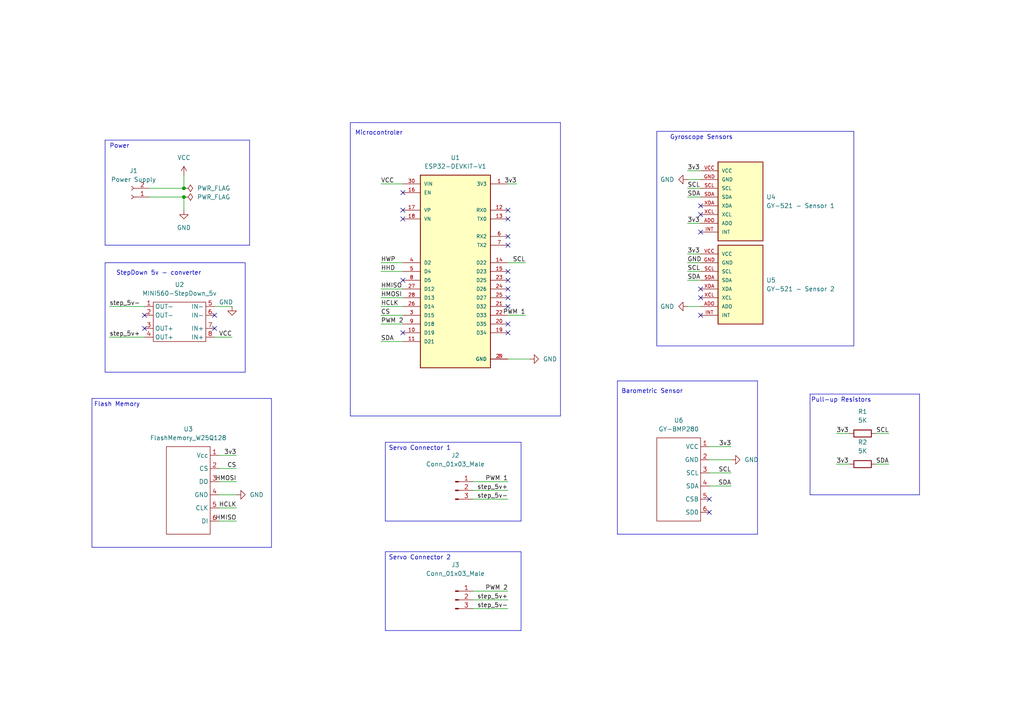
<source format=kicad_sch>
(kicad_sch (version 20230121) (generator eeschema)
  (paper "A4")
  (title_block (title "Nyx Project - Control Schematic") (date "2022-10-29") (rev "1") (company "Projeto Jupiter"))
  (lib_symbols
    (symbol "Connector:Conn_01x02_Female" (pin_names (offset 1.016) hide)
      (property "Reference" "J" (at 0 2.54 0))
      (property "Value" "Conn_01x02_Female" (at 0 -5.08 0))
      (symbol "Conn_01x02_Female_1_1"
        (arc (start 0 -2.032) (mid -0.5058 -2.54) (end 0 -3.048) (stroke (width 0.1524)))
        (polyline (pts (xy -1.27 -2.54) (xy -0.508 -2.54)) (stroke (width 0.1524)))
        (polyline (pts (xy -1.27 0) (xy -0.508 0)) (stroke (width 0.1524)))
        (arc (start 0 0.508) (mid -0.5058 0) (end 0 -0.508) (stroke (width 0.1524)))
        (pin passive line (at -5.08 0 0) (length 3.81) (name "Pin_1") (number "1"))
        (pin passive line (at -5.08 -2.54 0) (length 3.81) (name "Pin_2") (number "2"))
      )
    )
    (symbol "Connector:Conn_01x03_Male" (pin_names (offset 1.016) hide)
      (property "Reference" "J" (at 0 5.08 0))
      (property "Value" "Conn_01x03_Male" (at 0 -5.08 0))
      (symbol "Conn_01x03_Male_1_1"
        (polyline (pts (xy 1.27 -2.54) (xy 0.8636 -2.54)) (stroke (width 0.1524)))
        (polyline (pts (xy 1.27 0) (xy 0.8636 0)) (stroke (width 0.1524)))
        (polyline (pts (xy 1.27 2.54) (xy 0.8636 2.54)) (stroke (width 0.1524)))
        (rectangle (start 0.8636 -2.413) (end 0 -2.667) (stroke (width 0.1524)) (fill (type outline)))
        (rectangle (start 0.8636 0.127) (end 0 -0.127) (stroke (width 0.1524)) (fill (type outline)))
        (rectangle (start 0.8636 2.667) (end 0 2.413) (stroke (width 0.1524)) (fill (type outline)))
        (pin passive line (at 5.08 2.54 180) (length 3.81) (name "Pin_1") (number "1"))
        (pin passive line (at 5.08 0 180) (length 3.81) (name "Pin_2") (number "2"))
        (pin passive line (at 5.08 -2.54 180) (length 3.81) (name "Pin_3") (number "3"))
      )
    )
    (symbol "Device:R" (pin_numbers hide) (pin_names (offset 0))
      (property "Reference" "R" (at 2.032 0 90))
      (property "Value" "R" (at 0 0 90))
      (symbol "R_0_1"
        (rectangle (start -1.016 -2.54) (end 1.016 2.54) (stroke (width 0.254)))
      )
      (symbol "R_1_1"
        (pin passive line (at 0 3.81 270) (length 1.27) (name "~") (number "1"))
        (pin passive line (at 0 -3.81 90) (length 1.27) (name "~") (number "2"))
      )
    )
    (symbol "ESP32-DEVKIT-V1:ESP32-DEVKIT-V1" (pin_names (offset 1.016))
      (property "Reference" "U" (at -10.16 30.48 0))
      (property "Value" "ESP32-DEVKIT-V1" (at -10.16 -30.48 0))
      (symbol "ESP32-DEVKIT-V1_0_0"
        (rectangle (start -10.16 -27.94) (end 10.16 27.94) (stroke (width 0.254)) (fill (type background)))
        (pin output line (at 15.24 25.4 180) (length 5.08) (name "3V3") (number "1"))
        (pin bidirectional line (at -15.24 -17.78 0) (length 5.08) (name "D19") (number "10"))
        (pin bidirectional line (at -15.24 -20.32 0) (length 5.08) (name "D21") (number "11"))
        (pin input line (at 15.24 17.78 180) (length 5.08) (name "RX0") (number "12"))
        (pin output line (at 15.24 15.24 180) (length 5.08) (name "TX0") (number "13"))
        (pin bidirectional line (at 15.24 2.54 180) (length 5.08) (name "D22") (number "14"))
        (pin bidirectional line (at 15.24 0 180) (length 5.08) (name "D23") (number "15"))
        (pin input line (at -15.24 22.86 0) (length 5.08) (name "EN") (number "16"))
        (pin bidirectional line (at -15.24 17.78 0) (length 5.08) (name "VP") (number "17"))
        (pin bidirectional line (at -15.24 15.24 0) (length 5.08) (name "VN") (number "18"))
        (pin bidirectional line (at 15.24 -17.78 180) (length 5.08) (name "D34") (number "19"))
        (pin power_in line (at 15.24 -25.4 180) (length 5.08) (name "GND") (number "2"))
        (pin bidirectional line (at 15.24 -15.24 180) (length 5.08) (name "D35") (number "20"))
        (pin bidirectional line (at 15.24 -10.16 180) (length 5.08) (name "D32") (number "21"))
        (pin bidirectional line (at 15.24 -12.7 180) (length 5.08) (name "D33") (number "22"))
        (pin bidirectional line (at 15.24 -2.54 180) (length 5.08) (name "D25") (number "23"))
        (pin bidirectional line (at 15.24 -5.08 180) (length 5.08) (name "D26") (number "24"))
        (pin bidirectional line (at 15.24 -7.62 180) (length 5.08) (name "D27") (number "25"))
        (pin bidirectional line (at -15.24 -10.16 0) (length 5.08) (name "D14") (number "26"))
        (pin bidirectional line (at -15.24 -5.08 0) (length 5.08) (name "D12") (number "27"))
        (pin bidirectional line (at -15.24 -7.62 0) (length 5.08) (name "D13") (number "28"))
        (pin power_in line (at 15.24 -25.4 180) (length 5.08) (name "GND") (number "29"))
        (pin bidirectional line (at -15.24 -12.7 0) (length 5.08) (name "D15") (number "3"))
        (pin input line (at -15.24 25.4 0) (length 5.08) (name "VIN") (number "30"))
        (pin bidirectional line (at -15.24 2.54 0) (length 5.08) (name "D2") (number "4"))
        (pin bidirectional line (at -15.24 0 0) (length 5.08) (name "D4") (number "5"))
        (pin input line (at 15.24 10.16 180) (length 5.08) (name "RX2") (number "6"))
        (pin output line (at 15.24 7.62 180) (length 5.08) (name "TX2") (number "7"))
        (pin bidirectional line (at -15.24 -2.54 0) (length 5.08) (name "D5") (number "8"))
        (pin bidirectional line (at -15.24 -15.24 0) (length 5.08) (name "D18") (number "9"))
      )
    )
    (symbol "GY-521:GY-521" (pin_names (offset 1.016))
      (property "Reference" "U" (at 18.9992 7.62 0))
      (property "Value" "GY-521" (at 18.9992 5.08 0))
      (symbol "GY-521_0_0"
        (polyline (pts (xy 5.08 10.16) (xy 5.08 -12.7)) (stroke (width 0.254)))
        (rectangle (start 5.08 -12.7) (end 18.0848 10.16) (stroke (width 0.254)) (fill (type background)))
        (pin bidirectional line (at 0 -7.62 0) (length 5.08) (name "ADO") (number "ADO"))
        (pin bidirectional line (at 0 5.08 0) (length 5.08) (name "GND") (number "GND"))
        (pin bidirectional line (at 0 -10.16 0) (length 5.08) (name "INT") (number "INT"))
        (pin bidirectional line (at 0 2.54 0) (length 5.08) (name "SCL") (number "SCL"))
        (pin bidirectional line (at 0 0 0) (length 5.08) (name "SDA") (number "SDA"))
        (pin bidirectional line (at 0 7.62 0) (length 5.08) (name "VCC") (number "VCC"))
        (pin bidirectional line (at 0 -5.08 0) (length 5.08) (name "XCL") (number "XCL"))
        (pin bidirectional line (at 0 -2.54 0) (length 5.08) (name "XDA") (number "XDA"))
      )
    )
    (symbol "My lubrary:FlashMemory_W25Q128"
      (property "Reference" "U" (at 0 15.24 0))
      (property "Value" "FlashMemory_W25Q128" (at 0 20.32 0))
      (symbol "FlashMemory_W25Q128_0_1"
        (polyline (pts (xy -5.08 12.7) (xy 7.62 12.7) (xy 7.62 -12.7) (xy -5.08 -12.7) (xy -5.08 12.7)))
      )
      (symbol "FlashMemory_W25Q128_1_1"
        (pin input line (at 10.16 10.16 180) (length 2.54) (name "Vcc") (number "1"))
        (pin input line (at 10.16 6.35 180) (length 2.54) (name "CS") (number "2"))
        (pin input line (at 10.16 2.54 180) (length 2.54) (name "DO") (number "3"))
        (pin input line (at 10.16 -1.27 180) (length 2.54) (name "GND") (number "4"))
        (pin output line (at 10.16 -5.08 180) (length 2.54) (name "CLK") (number "5"))
        (pin input line (at 10.16 -8.89 180) (length 2.54) (name "DI") (number "6"))
      )
    )
    (symbol "My lubrary:GY-BMP280"
      (property "Reference" "U" (at 0 -8.89 0))
      (property "Value" "GY-BMP280" (at 0 19.05 0))
      (symbol "GY-BMP280_0_1"
        (rectangle (start -6.35 17.78) (end 6.35 -6.35))
      )
      (symbol "GY-BMP280_1_1"
        (pin bidirectional line (at 8.89 15.24 180) (length 2.54) (name "VCC") (number "1"))
        (pin bidirectional line (at 8.89 11.43 180) (length 2.54) (name "GND") (number "2"))
        (pin bidirectional line (at 8.89 7.62 180) (length 2.54) (name "SCL") (number "3"))
        (pin bidirectional line (at 8.89 3.81 180) (length 2.54) (name "SDA") (number "4"))
        (pin bidirectional line (at 8.89 0 180) (length 2.54) (name "CSB") (number "5"))
        (pin bidirectional line (at 8.89 -3.81 180) (length 2.54) (name "SD0") (number "6"))
      )
    )
    (symbol "My lubrary:MINI560-StepDown_5v"
      (property "Reference" "U" (at 0 -3.81 0))
      (property "Value" "MINI560-StepDown_5v" (at 0 12.7 0))
      (symbol "MINI560-StepDown_5v_0_1"
        (rectangle (start -7.62 10.16) (end 7.62 -1.27))
      )
      (symbol "MINI560-StepDown_5v_1_1"
        (pin output line (at -10.16 8.89 0) (length 2.54) (name "OUT-") (number "1"))
        (pin output line (at -10.16 6.35 0) (length 2.54) (name "OUT-") (number "2"))
        (pin output line (at -10.16 2.54 0) (length 2.54) (name "OUT+") (number "3"))
        (pin output line (at -10.16 0 0) (length 2.54) (name "OUT+") (number "4"))
        (pin input line (at 10.16 8.89 180) (length 2.54) (name "IN-") (number "5"))
        (pin input line (at 10.16 6.35 180) (length 2.54) (name "IN-") (number "6"))
        (pin input line (at 10.16 2.54 180) (length 2.54) (name "IN+") (number "7"))
        (pin input line (at 10.16 0 180) (length 2.54) (name "IN+") (number "8"))
      )
    )
    (symbol "power:GND" (power) (pin_names (offset 0))
      (property "Value" "GND" (at 0 -3.81 0))
      (symbol "GND_0_1"
        (polyline (pts (xy 0 0) (xy 0 -1.27) (xy 1.27 -1.27) (xy 0 -2.54) (xy -1.27 -1.27) (xy 0 -1.27)))
      )
      (symbol "GND_1_1"
        (pin power_in line (at 0 0 270) (length 0) hide (name "GND") (number "1"))
      )
    )
    (symbol "power:PWR_FLAG" (power) (pin_numbers hide) (pin_names (offset 0) hide)
      (property "Value" "PWR_FLAG" (at 0 3.81 0))
      (symbol "PWR_FLAG_0_0"
        (pin power_out line (at 0 0 90) (length 0) (name "pwr") (number "1"))
      )
      (symbol "PWR_FLAG_0_1"
        (polyline (pts (xy 0 0) (xy 0 1.27) (xy -1.016 1.905) (xy 0 2.54) (xy 1.016 1.905) (xy 0 1.27)))
      )
    )
    (symbol "power:VCC" (power) (pin_names (offset 0))
      (property "Value" "VCC" (at 0 3.81 0))
      (symbol "VCC_0_1"
        (polyline (pts (xy -0.762 1.27) (xy 0 2.54)))
        (polyline (pts (xy 0 0) (xy 0 2.54)))
        (polyline (pts (xy 0 2.54) (xy 0.762 1.27)))
      )
      (symbol "VCC_1_1"
        (pin power_in line (at 0 0 90) (length 0) hide (name "VCC") (number "1"))
      )
    )
  )
  (junction (at 53.34 57.15))
  (junction (at 53.34 54.61))
  (no_connect (at 205.74 144.78))
  (no_connect (at 205.74 148.59))
  (no_connect (at 116.84 55.88))
  (no_connect (at 116.84 60.96))
  (no_connect (at 147.32 60.96))
  (no_connect (at 147.32 68.58))
  (no_connect (at 147.32 63.5))
  (no_connect (at 116.84 63.5))
  (no_connect (at 147.32 71.12))
  (no_connect (at 147.32 78.74))
  (no_connect (at 147.32 81.28))
  (no_connect (at 147.32 93.98))
  (no_connect (at 147.32 96.52))
  (no_connect (at 147.32 88.9))
  (no_connect (at 147.32 83.82))
  (no_connect (at 116.84 81.28))
  (no_connect (at 203.2 83.82))
  (no_connect (at 203.2 86.36))
  (no_connect (at 203.2 59.69))
  (no_connect (at 203.2 91.44))
  (no_connect (at 203.2 62.23))
  (no_connect (at 203.2 67.31))
  (no_connect (at 41.91 95.25))
  (no_connect (at 41.91 91.44))
  (no_connect (at 62.23 91.44))
  (no_connect (at 62.23 95.25))
  (no_connect (at 147.32 86.36))
  (no_connect (at 116.84 96.52))
  (wire (pts (xy 63.5 143.51) (xy 68.58 143.51)))
  (wire (pts (xy 31.75 97.79) (xy 41.91 97.79)))
  (wire (pts (xy 137.16 139.7) (xy 147.32 139.7)))
  (wire (pts (xy 110.49 93.98) (xy 116.84 93.98)))
  (polyline (pts (xy 179.07 110.49) (xy 219.71 110.49)))
  (polyline (pts (xy 190.5 100.33) (xy 247.65 100.33)))
  (polyline (pts (xy 247.65 38.1) (xy 247.65 100.33)))
  (wire (pts (xy 62.23 97.79) (xy 67.31 97.79)))
  (wire (pts (xy 110.49 88.9) (xy 116.84 88.9)))
  (polyline (pts (xy 162.56 35.56) (xy 162.56 120.65)))
  (wire (pts (xy 205.74 140.97) (xy 212.09 140.97)))
  (polyline (pts (xy 151.13 128.27) (xy 151.13 151.13)))
  (polyline (pts (xy 72.39 40.64) (xy 72.39 71.12)))
  (polyline (pts (xy 30.48 76.2) (xy 30.48 107.95)))
  (polyline (pts (xy 78.74 158.75) (xy 26.67 158.75)))
  (polyline (pts (xy 26.67 115.57) (xy 78.74 115.57)))
  (polyline (pts (xy 71.12 76.2) (xy 71.12 107.95)))
  (polyline (pts (xy 26.67 115.57) (xy 26.67 158.75)))
  (polyline (pts (xy 234.95 143.51) (xy 234.95 114.3)))
  (wire (pts (xy 110.49 53.34) (xy 116.84 53.34)))
  (wire (pts (xy 137.16 173.99) (xy 147.32 173.99)))
  (wire (pts (xy 110.49 78.74) (xy 116.84 78.74)))
  (wire (pts (xy 63.5 135.89) (xy 68.58 135.89)))
  (wire (pts (xy 199.39 54.61) (xy 203.2 54.61)))
  (wire (pts (xy 137.16 171.45) (xy 147.32 171.45)))
  (polyline (pts (xy 30.48 40.64) (xy 72.39 40.64)))
  (wire (pts (xy 63.5 139.7) (xy 68.58 139.7)))
  (wire (pts (xy 199.39 78.74) (xy 203.2 78.74)))
  (wire (pts (xy 31.75 88.9) (xy 41.91 88.9)))
  (wire (pts (xy 199.39 57.15) (xy 203.2 57.15)))
  (polyline (pts (xy 219.71 154.94) (xy 179.07 154.94)))
  (wire (pts (xy 199.39 76.2) (xy 203.2 76.2)))
  (wire (pts (xy 205.74 129.54) (xy 212.09 129.54)))
  (wire (pts (xy 63.5 132.08) (xy 68.58 132.08)))
  (polyline (pts (xy 219.71 110.49) (xy 219.71 154.94)))
  (wire (pts (xy 137.16 144.78) (xy 147.32 144.78)))
  (wire (pts (xy 53.34 57.15) (xy 53.34 60.96)))
  (polyline (pts (xy 151.13 182.88) (xy 111.76 182.88)))
  (polyline (pts (xy 71.12 107.95) (xy 30.48 107.95)))
  (polyline (pts (xy 190.5 38.1) (xy 190.5 100.33)))
  (wire (pts (xy 43.18 57.15) (xy 53.34 57.15)))
  (wire (pts (xy 147.32 76.2) (xy 152.4 76.2)))
  (polyline (pts (xy 234.95 114.3) (xy 237.49 114.3)))
  (wire (pts (xy 63.5 147.32) (xy 68.58 147.32)))
  (wire (pts (xy 199.39 49.53) (xy 203.2 49.53)))
  (polyline (pts (xy 30.48 76.2) (xy 71.12 76.2)))
  (wire (pts (xy 199.39 88.9) (xy 203.2 88.9)))
  (wire (pts (xy 62.23 88.9) (xy 67.31 88.9)))
  (wire (pts (xy 254 125.73) (xy 257.81 125.73)))
  (polyline (pts (xy 179.07 154.94) (xy 179.07 115.57)))
  (polyline (pts (xy 266.7 143.51) (xy 234.95 143.51)))
  (wire (pts (xy 110.49 91.44) (xy 116.84 91.44)))
  (wire (pts (xy 110.49 99.06) (xy 116.84 99.06)))
  (polyline (pts (xy 179.07 115.57) (xy 179.07 110.49)))
  (wire (pts (xy 53.34 54.61) (xy 53.34 50.8)))
  (wire (pts (xy 205.74 137.16) (xy 212.09 137.16)))
  (polyline (pts (xy 151.13 160.02) (xy 151.13 182.88)))
  (wire (pts (xy 199.39 52.07) (xy 203.2 52.07)))
  (wire (pts (xy 199.39 64.77) (xy 203.2 64.77)))
  (wire (pts (xy 43.18 54.61) (xy 53.34 54.61)))
  (wire (pts (xy 147.32 104.14) (xy 153.67 104.14)))
  (polyline (pts (xy 111.76 128.27) (xy 151.13 128.27)))
  (wire (pts (xy 205.74 133.35) (xy 212.09 133.35)))
  (polyline (pts (xy 104.14 35.56) (xy 162.56 35.56)))
  (wire (pts (xy 110.49 86.36) (xy 116.84 86.36)))
  (polyline (pts (xy 72.39 71.12) (xy 30.48 71.12)))
  (polyline (pts (xy 30.48 40.64) (xy 30.48 71.12)))
  (polyline (pts (xy 111.76 160.02) (xy 151.13 160.02)))
  (polyline (pts (xy 237.49 114.3) (xy 266.7 114.3)))
  (wire (pts (xy 199.39 81.28) (xy 203.2 81.28)))
  (wire (pts (xy 110.49 76.2) (xy 116.84 76.2)))
  (polyline (pts (xy 111.76 160.02) (xy 111.76 182.88)))
  (polyline (pts (xy 190.5 38.1) (xy 247.65 38.1)))
  (wire (pts (xy 137.16 176.53) (xy 147.32 176.53)))
  (wire (pts (xy 110.49 83.82) (xy 116.84 83.82)))
  (polyline (pts (xy 78.74 115.57) (xy 78.74 158.75)))
  (polyline (pts (xy 101.6 120.65) (xy 101.6 35.56)))
  (wire (pts (xy 63.5 151.13) (xy 68.58 151.13)))
  (wire (pts (xy 199.39 73.66) (xy 203.2 73.66)))
  (polyline (pts (xy 266.7 114.3) (xy 266.7 143.51)))
  (wire (pts (xy 242.57 125.73) (xy 246.38 125.73)))
  (wire (pts (xy 147.32 91.44) (xy 152.4 91.44)))
  (polyline (pts (xy 111.76 128.27) (xy 111.76 151.13)))
  (wire (pts (xy 254 134.62) (xy 257.81 134.62)))
  (wire (pts (xy 147.32 53.34) (xy 149.86 53.34)))
  (polyline (pts (xy 151.13 151.13) (xy 111.76 151.13)))
  (wire (pts (xy 242.57 134.62) (xy 246.38 134.62)))
  (wire (pts (xy 137.16 142.24) (xy 147.32 142.24)))
  (polyline (pts (xy 162.56 120.65) (xy 101.6 120.65)))
  (polyline (pts (xy 101.6 35.56) (xy 104.14 35.56)))
  (text "StepDown 5v - converter" (at 58.42 80.01 0) (effects (font (size 1.27 1.27)) (justify right bottom)))
  (text "Power" (at 31.75 43.18 0) (effects (font (size 1.27 1.27)) (justify left bottom)))
  (text "Pull-up Resistors" (at 252.73 116.84 0) (effects (font (size 1.27 1.27)) (justify right bottom)))
  (text "Microcontroler" (at 116.84 39.37 0) (effects (font (size 1.27 1.27)) (justify right bottom)))
  (text "Servo Connector 2" (at 130.81 162.56 0) (effects (font (size 1.27 1.27)) (justify right bottom)))
  (text "Gyroscope Sensors" (at 194.31 40.64 0) (effects (font (size 1.27 1.27)) (justify left bottom)))
  (text "Barometric Sensor" (at 198.12 114.3 0) (effects (font (size 1.27 1.27)) (justify right bottom)))
  (text "Servo Connector 1\n" (at 130.81 130.81 0) (effects (font (size 1.27 1.27)) (justify right bottom)))
  (text "Flash Memory" (at 40.64 118.11 0) (effects (font (size 1.27 1.27)) (justify right bottom)))
  (label "SCL" (at 199.39 78.74 0))
  (label "3v3" (at 242.57 125.73 0))
  (label "step_5v-" (at 147.32 144.78 180))
  (label "SDA" (at 199.39 81.28 0))
  (label "SDA" (at 199.39 57.15 0))
  (label "3v3" (at 212.09 129.54 180))
  (label "3v3" (at 199.39 49.53 0))
  (label "SDA" (at 110.49 99.06 0))
  (label "HWP" (at 110.49 76.2 0))
  (label "SCL" (at 257.81 125.73 180))
  (label "PWM 2" (at 147.32 171.45 180))
  (label "3v3" (at 242.57 134.62 0))
  (label "3v3" (at 149.86 53.34 180))
  (label "HMOSI" (at 110.49 86.36 0))
  (label "HCLK" (at 110.49 88.9 0))
  (label "GND" (at 199.39 76.2 0))
  (label "PWM 2" (at 110.49 93.98 0))
  (label "HCLK" (at 68.58 147.32 180))
  (label "CS" (at 68.58 135.89 180))
  (label "step_5v+" (at 31.75 97.79 0))
  (label "HMISO" (at 68.58 151.13 180))
  (label "SCL" (at 152.4 76.2 180))
  (label "step_5v-" (at 31.75 88.9 0))
  (label "PWM 1" (at 147.32 139.7 180))
  (label "PWM 1" (at 152.4 91.44 180))
  (label "step_5v+" (at 147.32 173.99 180))
  (label "VCC" (at 110.49 53.34 0))
  (label "VCC" (at 67.31 97.79 180))
  (label "3v3" (at 68.58 132.08 180))
  (label "SCL" (at 212.09 137.16 180))
  (label "HMOSI" (at 68.58 139.7 180))
  (label "3v3" (at 199.39 73.66 0))
  (label "step_5v+" (at 147.32 142.24 180))
  (label "HMISO" (at 110.49 83.82 0))
  (label "SDA" (at 257.81 134.62 180))
  (label "SCL" (at 199.39 54.61 0))
  (label "CS" (at 110.49 91.44 0))
  (label "3v3" (at 199.39 64.77 0))
  (label "SDA" (at 212.09 140.97 180))
  (label "step_5v-" (at 147.32 176.53 180))
  (label "HHD" (at 110.49 78.74 0))
  (symbol (lib_id "power:GND") (at 68.58 143.51 90) (unit 1)
    (property "Reference" "#PWR0103" (effects hide))
    (property "Value" "GND" (at 72.39 143.5099 90) (effects (justify right)))
  )
  (symbol (lib_id "Connector:Conn_01x03_Male") (at 132.08 142.24 0) (unit 1)
    (property "Reference" "J2" (at 132.08 132.08 0))
    (property "Value" "Conn_01x03_Male" (at 132.08 134.62 0))
    (property "Footprint" "TerminalBlock:TerminalBlock_bornier-3_P5.08mm" (effects hide))
  )
  (symbol (lib_id "GY-521:GY-521") (at 203.2 81.28 0) (unit 1)
    (property "Reference" "U5" (at 222.25 81.2799 0) (effects (justify left)))
    (property "Value" "GY-521 - Sensor 2" (at 222.25 83.8199 0) (effects (justify left)))
    (property "Footprint" "GY-521:GY-521" (effects hide))
  )
  (symbol (lib_id "power:VCC") (at 53.34 50.8 0) (unit 1)
    (property "Reference" "#PWR01" (effects hide))
    (property "Value" "VCC" (at 53.34 45.72 0))
  )
  (symbol (lib_id "power:PWR_FLAG") (at 53.34 54.61 270) (unit 1)
    (property "Reference" "#FLG01" (effects hide))
    (property "Value" "PWR_FLAG" (at 57.15 54.6099 90) (effects (justify left)))
  )
  (symbol (lib_id "GY-521:GY-521") (at 203.2 57.15 0) (unit 1)
    (property "Reference" "U4" (at 222.25 57.1499 0) (effects (justify left)))
    (property "Value" "GY-521 - Sensor 1" (at 222.25 59.6899 0) (effects (justify left)))
    (property "Footprint" "GY-521:GY-521" (effects hide))
  )
  (symbol (lib_id "Device:R") (at 250.19 125.73 90) (unit 1)
    (property "Reference" "R1" (at 250.19 119.38 90))
    (property "Value" "5K" (at 250.19 121.92 90))
    (property "Footprint" "Resistor_THT:R_Axial_DIN0204_L3.6mm_D1.6mm_P7.62mm_Horizontal" (effects hide))
  )
  (symbol (lib_id "My lubrary:GY-BMP280") (at 196.85 144.78 0) (unit 1)
    (property "Reference" "U6" (at 196.85 121.92 0))
    (property "Value" "GY-BMP280" (at 196.85 124.46 0))
    (property "Footprint" "Jupiter:GY BMP280" (effects hide))
  )
  (symbol (lib_id "power:PWR_FLAG") (at 53.34 57.15 270) (unit 1)
    (property "Reference" "#FLG02" (effects hide))
    (property "Value" "PWR_FLAG" (at 57.15 57.1499 90) (effects (justify left)))
  )
  (symbol (lib_id "ESP32-DEVKIT-V1:ESP32-DEVKIT-V1") (at 132.08 78.74 0) (unit 1)
    (property "Reference" "U1" (at 132.08 45.72 0))
    (property "Value" "ESP32-DEVKIT-V1" (at 132.08 48.26 0))
    (property "Footprint" "ESP32-DEVKIT-V1:MODULE_ESP32_DEVKIT_V1" (effects hide))
    (property "STANDARD" "Manufacturer Recommendations" (effects hide))
    (property "MAXIMUM_PACKAGE_HEIGHT" "6.8 mm" (effects hide))
    (property "MANUFACTURER" "DOIT" (effects hide))
    (property "PARTREV" "N/A" (effects hide))
  )
  (symbol (lib_id "Connector:Conn_01x02_Female") (at 38.1 57.15 180) (unit 1)
    (property "Reference" "J1" (at 38.735 49.53 0))
    (property "Value" "Power Supply" (at 38.735 52.07 0))
    (property "Footprint" "TerminalBlock:TerminalBlock_bornier-2_P5.08mm" (effects hide))
  )
  (symbol (lib_id "power:GND") (at 199.39 88.9 270) (unit 1)
    (property "Reference" "#PWR0105" (effects hide))
    (property "Value" "GND" (at 195.58 88.8999 90) (effects (justify right)))
  )
  (symbol (lib_id "Device:R") (at 250.19 134.62 90) (unit 1)
    (property "Reference" "R2" (at 250.19 128.27 90))
    (property "Value" "5K" (at 250.19 130.81 90))
    (property "Footprint" "Resistor_THT:R_Axial_DIN0204_L3.6mm_D1.6mm_P7.62mm_Horizontal" (effects hide))
  )
  (symbol (lib_id "power:GND") (at 212.09 133.35 90) (unit 1)
    (property "Reference" "#PWR0101" (effects hide))
    (property "Value" "GND" (at 215.9 133.3499 90) (effects (justify right)))
  )
  (symbol (lib_id "power:GND") (at 199.39 52.07 270) (unit 1)
    (property "Reference" "#PWR0106" (effects hide))
    (property "Value" "GND" (at 195.58 52.0699 90) (effects (justify right)))
  )
  (symbol (lib_id "power:GND") (at 153.67 104.14 90) (unit 1)
    (property "Reference" "#PWR0104" (effects hide))
    (property "Value" "GND" (at 157.48 104.1399 90) (effects (justify right)))
  )
  (symbol (lib_id "power:GND") (at 53.34 60.96 0) (unit 1)
    (property "Reference" "#PWR02" (effects hide))
    (property "Value" "GND" (at 53.34 66.04 0))
  )
  (symbol (lib_id "Connector:Conn_01x03_Male") (at 132.08 173.99 0) (unit 1)
    (property "Reference" "J3" (at 132.08 163.83 0))
    (property "Value" "Conn_01x03_Male" (at 132.08 166.37 0))
    (property "Footprint" "TerminalBlock:TerminalBlock_bornier-3_P5.08mm" (effects hide))
  )
  (symbol (lib_id "My lubrary:MINI560-StepDown_5v") (at 52.07 97.79 0) (unit 1)
    (property "Reference" "U2" (at 52.07 82.55 0))
    (property "Value" "MINI560-StepDown_5v" (at 52.07 85.09 0))
    (property "Footprint" "Jupiter:stepdown 5v" (effects hide))
  )
  (symbol (lib_id "My lubrary:FlashMemory_W25Q128") (at 53.34 142.24 0) (unit 1)
    (property "Reference" "U3" (at 54.61 124.46 0))
    (property "Value" "FlashMemory_W25Q128" (at 54.61 127 0))
    (property "Footprint" "Jupiter:FlashMemory W25Q128" (effects hide))
  )
  (symbol (lib_id "power:GND") (at 67.31 88.9 0) (unit 1)
    (property "Reference" "#PWR0102" (effects hide))
    (property "Value" "GND" (at 63.5 87.63 0) (effects (justify left)))
  )
)
</source>
